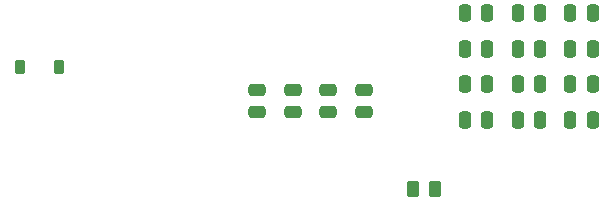
<source format=gbr>
%TF.GenerationSoftware,KiCad,Pcbnew,9.0.7*%
%TF.CreationDate,2026-01-30T21:13:48-06:00*%
%TF.ProjectId,HACK PAD!,4841434b-2050-4414-9421-2e6b69636164,rev?*%
%TF.SameCoordinates,Original*%
%TF.FileFunction,Paste,Top*%
%TF.FilePolarity,Positive*%
%FSLAX46Y46*%
G04 Gerber Fmt 4.6, Leading zero omitted, Abs format (unit mm)*
G04 Created by KiCad (PCBNEW 9.0.7) date 2026-01-30 21:13:48*
%MOMM*%
%LPD*%
G01*
G04 APERTURE LIST*
G04 Aperture macros list*
%AMRoundRect*
0 Rectangle with rounded corners*
0 $1 Rounding radius*
0 $2 $3 $4 $5 $6 $7 $8 $9 X,Y pos of 4 corners*
0 Add a 4 corners polygon primitive as box body*
4,1,4,$2,$3,$4,$5,$6,$7,$8,$9,$2,$3,0*
0 Add four circle primitives for the rounded corners*
1,1,$1+$1,$2,$3*
1,1,$1+$1,$4,$5*
1,1,$1+$1,$6,$7*
1,1,$1+$1,$8,$9*
0 Add four rect primitives between the rounded corners*
20,1,$1+$1,$2,$3,$4,$5,0*
20,1,$1+$1,$4,$5,$6,$7,0*
20,1,$1+$1,$6,$7,$8,$9,0*
20,1,$1+$1,$8,$9,$2,$3,0*%
G04 Aperture macros list end*
%ADD10RoundRect,0.250000X-0.250000X-0.475000X0.250000X-0.475000X0.250000X0.475000X-0.250000X0.475000X0*%
%ADD11RoundRect,0.225000X-0.225000X-0.375000X0.225000X-0.375000X0.225000X0.375000X-0.225000X0.375000X0*%
%ADD12RoundRect,0.250000X-0.262500X-0.450000X0.262500X-0.450000X0.262500X0.450000X-0.262500X0.450000X0*%
%ADD13RoundRect,0.250000X0.475000X-0.250000X0.475000X0.250000X-0.475000X0.250000X-0.475000X-0.250000X0*%
G04 APERTURE END LIST*
D10*
%TO.C,C7*%
X76200000Y-50006200D03*
X78100000Y-50006200D03*
%TD*%
%TO.C,C5*%
X76200000Y-43986200D03*
X78100000Y-43986200D03*
%TD*%
%TO.C,C6*%
X76200000Y-46996200D03*
X78100000Y-46996200D03*
%TD*%
%TO.C,C11*%
X80650000Y-50006200D03*
X82550000Y-50006200D03*
%TD*%
%TO.C,C1*%
X71750000Y-43986200D03*
X73650000Y-43986200D03*
%TD*%
D11*
%TO.C,D17*%
X34068800Y-48593700D03*
X37368800Y-48593700D03*
%TD*%
D12*
%TO.C,R1*%
X67355000Y-58880000D03*
X69180000Y-58880000D03*
%TD*%
D10*
%TO.C,C8*%
X76200000Y-53016200D03*
X78100000Y-53016200D03*
%TD*%
D13*
%TO.C,C16*%
X63170000Y-52387500D03*
X63170000Y-50487500D03*
%TD*%
D10*
%TO.C,C4*%
X71750000Y-53016200D03*
X73650000Y-53016200D03*
%TD*%
%TO.C,C10*%
X80650000Y-46996200D03*
X82550000Y-46996200D03*
%TD*%
D13*
%TO.C,C15*%
X60160000Y-52387500D03*
X60160000Y-50487500D03*
%TD*%
D10*
%TO.C,C9*%
X80650000Y-43986200D03*
X82550000Y-43986200D03*
%TD*%
%TO.C,C3*%
X71750000Y-50006200D03*
X73650000Y-50006200D03*
%TD*%
%TO.C,C12*%
X80650000Y-53016200D03*
X82550000Y-53016200D03*
%TD*%
D13*
%TO.C,C14*%
X57150000Y-52387500D03*
X57150000Y-50487500D03*
%TD*%
D10*
%TO.C,C2*%
X71750000Y-46996200D03*
X73650000Y-46996200D03*
%TD*%
D13*
%TO.C,C13*%
X54140000Y-52387500D03*
X54140000Y-50487500D03*
%TD*%
M02*

</source>
